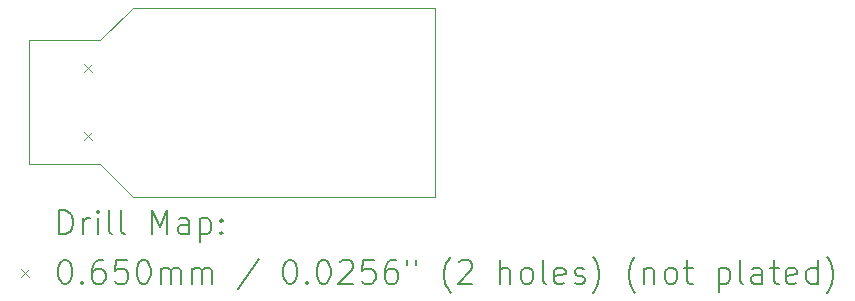
<source format=gbr>
%TF.GenerationSoftware,KiCad,Pcbnew,9.0.1*%
%TF.CreationDate,2025-05-17T15:06:54+00:00*%
%TF.ProjectId,usb-uart,7573622d-7561-4727-942e-6b696361645f,rev?*%
%TF.SameCoordinates,Original*%
%TF.FileFunction,Drillmap*%
%TF.FilePolarity,Positive*%
%FSLAX45Y45*%
G04 Gerber Fmt 4.5, Leading zero omitted, Abs format (unit mm)*
G04 Created by KiCad (PCBNEW 9.0.1) date 2025-05-17 15:06:54*
%MOMM*%
%LPD*%
G01*
G04 APERTURE LIST*
%ADD10C,0.100000*%
%ADD11C,0.200000*%
G04 APERTURE END LIST*
D10*
X10500000Y-8005000D02*
X10775000Y-7730000D01*
X10500000Y-9055000D02*
X9900000Y-9055000D01*
X13335000Y-9330000D02*
X13335000Y-7730000D01*
X9900000Y-9055000D02*
X9900000Y-8005000D01*
X10775000Y-9330000D02*
X13335000Y-9330000D01*
X10500000Y-9055000D02*
X10775000Y-9330000D01*
X10775000Y-7730000D02*
X13335000Y-7730000D01*
X10500000Y-8005000D02*
X9900000Y-8005000D01*
D11*
D10*
X10362500Y-8208500D02*
X10427500Y-8273500D01*
X10427500Y-8208500D02*
X10362500Y-8273500D01*
X10362500Y-8786500D02*
X10427500Y-8851500D01*
X10427500Y-8786500D02*
X10362500Y-8851500D01*
D11*
X10155777Y-9646484D02*
X10155777Y-9446484D01*
X10155777Y-9446484D02*
X10203396Y-9446484D01*
X10203396Y-9446484D02*
X10231967Y-9456008D01*
X10231967Y-9456008D02*
X10251015Y-9475055D01*
X10251015Y-9475055D02*
X10260539Y-9494103D01*
X10260539Y-9494103D02*
X10270063Y-9532198D01*
X10270063Y-9532198D02*
X10270063Y-9560770D01*
X10270063Y-9560770D02*
X10260539Y-9598865D01*
X10260539Y-9598865D02*
X10251015Y-9617912D01*
X10251015Y-9617912D02*
X10231967Y-9636960D01*
X10231967Y-9636960D02*
X10203396Y-9646484D01*
X10203396Y-9646484D02*
X10155777Y-9646484D01*
X10355777Y-9646484D02*
X10355777Y-9513150D01*
X10355777Y-9551246D02*
X10365301Y-9532198D01*
X10365301Y-9532198D02*
X10374824Y-9522674D01*
X10374824Y-9522674D02*
X10393872Y-9513150D01*
X10393872Y-9513150D02*
X10412920Y-9513150D01*
X10479586Y-9646484D02*
X10479586Y-9513150D01*
X10479586Y-9446484D02*
X10470063Y-9456008D01*
X10470063Y-9456008D02*
X10479586Y-9465531D01*
X10479586Y-9465531D02*
X10489110Y-9456008D01*
X10489110Y-9456008D02*
X10479586Y-9446484D01*
X10479586Y-9446484D02*
X10479586Y-9465531D01*
X10603396Y-9646484D02*
X10584348Y-9636960D01*
X10584348Y-9636960D02*
X10574824Y-9617912D01*
X10574824Y-9617912D02*
X10574824Y-9446484D01*
X10708158Y-9646484D02*
X10689110Y-9636960D01*
X10689110Y-9636960D02*
X10679586Y-9617912D01*
X10679586Y-9617912D02*
X10679586Y-9446484D01*
X10936729Y-9646484D02*
X10936729Y-9446484D01*
X10936729Y-9446484D02*
X11003396Y-9589341D01*
X11003396Y-9589341D02*
X11070063Y-9446484D01*
X11070063Y-9446484D02*
X11070063Y-9646484D01*
X11251015Y-9646484D02*
X11251015Y-9541722D01*
X11251015Y-9541722D02*
X11241491Y-9522674D01*
X11241491Y-9522674D02*
X11222443Y-9513150D01*
X11222443Y-9513150D02*
X11184348Y-9513150D01*
X11184348Y-9513150D02*
X11165301Y-9522674D01*
X11251015Y-9636960D02*
X11231967Y-9646484D01*
X11231967Y-9646484D02*
X11184348Y-9646484D01*
X11184348Y-9646484D02*
X11165301Y-9636960D01*
X11165301Y-9636960D02*
X11155777Y-9617912D01*
X11155777Y-9617912D02*
X11155777Y-9598865D01*
X11155777Y-9598865D02*
X11165301Y-9579817D01*
X11165301Y-9579817D02*
X11184348Y-9570293D01*
X11184348Y-9570293D02*
X11231967Y-9570293D01*
X11231967Y-9570293D02*
X11251015Y-9560770D01*
X11346253Y-9513150D02*
X11346253Y-9713150D01*
X11346253Y-9522674D02*
X11365301Y-9513150D01*
X11365301Y-9513150D02*
X11403396Y-9513150D01*
X11403396Y-9513150D02*
X11422443Y-9522674D01*
X11422443Y-9522674D02*
X11431967Y-9532198D01*
X11431967Y-9532198D02*
X11441491Y-9551246D01*
X11441491Y-9551246D02*
X11441491Y-9608389D01*
X11441491Y-9608389D02*
X11431967Y-9627436D01*
X11431967Y-9627436D02*
X11422443Y-9636960D01*
X11422443Y-9636960D02*
X11403396Y-9646484D01*
X11403396Y-9646484D02*
X11365301Y-9646484D01*
X11365301Y-9646484D02*
X11346253Y-9636960D01*
X11527205Y-9627436D02*
X11536729Y-9636960D01*
X11536729Y-9636960D02*
X11527205Y-9646484D01*
X11527205Y-9646484D02*
X11517682Y-9636960D01*
X11517682Y-9636960D02*
X11527205Y-9627436D01*
X11527205Y-9627436D02*
X11527205Y-9646484D01*
X11527205Y-9522674D02*
X11536729Y-9532198D01*
X11536729Y-9532198D02*
X11527205Y-9541722D01*
X11527205Y-9541722D02*
X11517682Y-9532198D01*
X11517682Y-9532198D02*
X11527205Y-9522674D01*
X11527205Y-9522674D02*
X11527205Y-9541722D01*
D10*
X9830000Y-9942500D02*
X9895000Y-10007500D01*
X9895000Y-9942500D02*
X9830000Y-10007500D01*
D11*
X10193872Y-9866484D02*
X10212920Y-9866484D01*
X10212920Y-9866484D02*
X10231967Y-9876008D01*
X10231967Y-9876008D02*
X10241491Y-9885531D01*
X10241491Y-9885531D02*
X10251015Y-9904579D01*
X10251015Y-9904579D02*
X10260539Y-9942674D01*
X10260539Y-9942674D02*
X10260539Y-9990293D01*
X10260539Y-9990293D02*
X10251015Y-10028389D01*
X10251015Y-10028389D02*
X10241491Y-10047436D01*
X10241491Y-10047436D02*
X10231967Y-10056960D01*
X10231967Y-10056960D02*
X10212920Y-10066484D01*
X10212920Y-10066484D02*
X10193872Y-10066484D01*
X10193872Y-10066484D02*
X10174824Y-10056960D01*
X10174824Y-10056960D02*
X10165301Y-10047436D01*
X10165301Y-10047436D02*
X10155777Y-10028389D01*
X10155777Y-10028389D02*
X10146253Y-9990293D01*
X10146253Y-9990293D02*
X10146253Y-9942674D01*
X10146253Y-9942674D02*
X10155777Y-9904579D01*
X10155777Y-9904579D02*
X10165301Y-9885531D01*
X10165301Y-9885531D02*
X10174824Y-9876008D01*
X10174824Y-9876008D02*
X10193872Y-9866484D01*
X10346253Y-10047436D02*
X10355777Y-10056960D01*
X10355777Y-10056960D02*
X10346253Y-10066484D01*
X10346253Y-10066484D02*
X10336729Y-10056960D01*
X10336729Y-10056960D02*
X10346253Y-10047436D01*
X10346253Y-10047436D02*
X10346253Y-10066484D01*
X10527205Y-9866484D02*
X10489110Y-9866484D01*
X10489110Y-9866484D02*
X10470063Y-9876008D01*
X10470063Y-9876008D02*
X10460539Y-9885531D01*
X10460539Y-9885531D02*
X10441491Y-9914103D01*
X10441491Y-9914103D02*
X10431967Y-9952198D01*
X10431967Y-9952198D02*
X10431967Y-10028389D01*
X10431967Y-10028389D02*
X10441491Y-10047436D01*
X10441491Y-10047436D02*
X10451015Y-10056960D01*
X10451015Y-10056960D02*
X10470063Y-10066484D01*
X10470063Y-10066484D02*
X10508158Y-10066484D01*
X10508158Y-10066484D02*
X10527205Y-10056960D01*
X10527205Y-10056960D02*
X10536729Y-10047436D01*
X10536729Y-10047436D02*
X10546253Y-10028389D01*
X10546253Y-10028389D02*
X10546253Y-9980770D01*
X10546253Y-9980770D02*
X10536729Y-9961722D01*
X10536729Y-9961722D02*
X10527205Y-9952198D01*
X10527205Y-9952198D02*
X10508158Y-9942674D01*
X10508158Y-9942674D02*
X10470063Y-9942674D01*
X10470063Y-9942674D02*
X10451015Y-9952198D01*
X10451015Y-9952198D02*
X10441491Y-9961722D01*
X10441491Y-9961722D02*
X10431967Y-9980770D01*
X10727205Y-9866484D02*
X10631967Y-9866484D01*
X10631967Y-9866484D02*
X10622444Y-9961722D01*
X10622444Y-9961722D02*
X10631967Y-9952198D01*
X10631967Y-9952198D02*
X10651015Y-9942674D01*
X10651015Y-9942674D02*
X10698634Y-9942674D01*
X10698634Y-9942674D02*
X10717682Y-9952198D01*
X10717682Y-9952198D02*
X10727205Y-9961722D01*
X10727205Y-9961722D02*
X10736729Y-9980770D01*
X10736729Y-9980770D02*
X10736729Y-10028389D01*
X10736729Y-10028389D02*
X10727205Y-10047436D01*
X10727205Y-10047436D02*
X10717682Y-10056960D01*
X10717682Y-10056960D02*
X10698634Y-10066484D01*
X10698634Y-10066484D02*
X10651015Y-10066484D01*
X10651015Y-10066484D02*
X10631967Y-10056960D01*
X10631967Y-10056960D02*
X10622444Y-10047436D01*
X10860539Y-9866484D02*
X10879586Y-9866484D01*
X10879586Y-9866484D02*
X10898634Y-9876008D01*
X10898634Y-9876008D02*
X10908158Y-9885531D01*
X10908158Y-9885531D02*
X10917682Y-9904579D01*
X10917682Y-9904579D02*
X10927205Y-9942674D01*
X10927205Y-9942674D02*
X10927205Y-9990293D01*
X10927205Y-9990293D02*
X10917682Y-10028389D01*
X10917682Y-10028389D02*
X10908158Y-10047436D01*
X10908158Y-10047436D02*
X10898634Y-10056960D01*
X10898634Y-10056960D02*
X10879586Y-10066484D01*
X10879586Y-10066484D02*
X10860539Y-10066484D01*
X10860539Y-10066484D02*
X10841491Y-10056960D01*
X10841491Y-10056960D02*
X10831967Y-10047436D01*
X10831967Y-10047436D02*
X10822444Y-10028389D01*
X10822444Y-10028389D02*
X10812920Y-9990293D01*
X10812920Y-9990293D02*
X10812920Y-9942674D01*
X10812920Y-9942674D02*
X10822444Y-9904579D01*
X10822444Y-9904579D02*
X10831967Y-9885531D01*
X10831967Y-9885531D02*
X10841491Y-9876008D01*
X10841491Y-9876008D02*
X10860539Y-9866484D01*
X11012920Y-10066484D02*
X11012920Y-9933150D01*
X11012920Y-9952198D02*
X11022444Y-9942674D01*
X11022444Y-9942674D02*
X11041491Y-9933150D01*
X11041491Y-9933150D02*
X11070063Y-9933150D01*
X11070063Y-9933150D02*
X11089110Y-9942674D01*
X11089110Y-9942674D02*
X11098634Y-9961722D01*
X11098634Y-9961722D02*
X11098634Y-10066484D01*
X11098634Y-9961722D02*
X11108158Y-9942674D01*
X11108158Y-9942674D02*
X11127205Y-9933150D01*
X11127205Y-9933150D02*
X11155777Y-9933150D01*
X11155777Y-9933150D02*
X11174825Y-9942674D01*
X11174825Y-9942674D02*
X11184348Y-9961722D01*
X11184348Y-9961722D02*
X11184348Y-10066484D01*
X11279586Y-10066484D02*
X11279586Y-9933150D01*
X11279586Y-9952198D02*
X11289110Y-9942674D01*
X11289110Y-9942674D02*
X11308158Y-9933150D01*
X11308158Y-9933150D02*
X11336729Y-9933150D01*
X11336729Y-9933150D02*
X11355777Y-9942674D01*
X11355777Y-9942674D02*
X11365301Y-9961722D01*
X11365301Y-9961722D02*
X11365301Y-10066484D01*
X11365301Y-9961722D02*
X11374824Y-9942674D01*
X11374824Y-9942674D02*
X11393872Y-9933150D01*
X11393872Y-9933150D02*
X11422443Y-9933150D01*
X11422443Y-9933150D02*
X11441491Y-9942674D01*
X11441491Y-9942674D02*
X11451015Y-9961722D01*
X11451015Y-9961722D02*
X11451015Y-10066484D01*
X11841491Y-9856960D02*
X11670063Y-10114103D01*
X12098634Y-9866484D02*
X12117682Y-9866484D01*
X12117682Y-9866484D02*
X12136729Y-9876008D01*
X12136729Y-9876008D02*
X12146253Y-9885531D01*
X12146253Y-9885531D02*
X12155777Y-9904579D01*
X12155777Y-9904579D02*
X12165301Y-9942674D01*
X12165301Y-9942674D02*
X12165301Y-9990293D01*
X12165301Y-9990293D02*
X12155777Y-10028389D01*
X12155777Y-10028389D02*
X12146253Y-10047436D01*
X12146253Y-10047436D02*
X12136729Y-10056960D01*
X12136729Y-10056960D02*
X12117682Y-10066484D01*
X12117682Y-10066484D02*
X12098634Y-10066484D01*
X12098634Y-10066484D02*
X12079586Y-10056960D01*
X12079586Y-10056960D02*
X12070063Y-10047436D01*
X12070063Y-10047436D02*
X12060539Y-10028389D01*
X12060539Y-10028389D02*
X12051015Y-9990293D01*
X12051015Y-9990293D02*
X12051015Y-9942674D01*
X12051015Y-9942674D02*
X12060539Y-9904579D01*
X12060539Y-9904579D02*
X12070063Y-9885531D01*
X12070063Y-9885531D02*
X12079586Y-9876008D01*
X12079586Y-9876008D02*
X12098634Y-9866484D01*
X12251015Y-10047436D02*
X12260539Y-10056960D01*
X12260539Y-10056960D02*
X12251015Y-10066484D01*
X12251015Y-10066484D02*
X12241491Y-10056960D01*
X12241491Y-10056960D02*
X12251015Y-10047436D01*
X12251015Y-10047436D02*
X12251015Y-10066484D01*
X12384348Y-9866484D02*
X12403396Y-9866484D01*
X12403396Y-9866484D02*
X12422444Y-9876008D01*
X12422444Y-9876008D02*
X12431967Y-9885531D01*
X12431967Y-9885531D02*
X12441491Y-9904579D01*
X12441491Y-9904579D02*
X12451015Y-9942674D01*
X12451015Y-9942674D02*
X12451015Y-9990293D01*
X12451015Y-9990293D02*
X12441491Y-10028389D01*
X12441491Y-10028389D02*
X12431967Y-10047436D01*
X12431967Y-10047436D02*
X12422444Y-10056960D01*
X12422444Y-10056960D02*
X12403396Y-10066484D01*
X12403396Y-10066484D02*
X12384348Y-10066484D01*
X12384348Y-10066484D02*
X12365301Y-10056960D01*
X12365301Y-10056960D02*
X12355777Y-10047436D01*
X12355777Y-10047436D02*
X12346253Y-10028389D01*
X12346253Y-10028389D02*
X12336729Y-9990293D01*
X12336729Y-9990293D02*
X12336729Y-9942674D01*
X12336729Y-9942674D02*
X12346253Y-9904579D01*
X12346253Y-9904579D02*
X12355777Y-9885531D01*
X12355777Y-9885531D02*
X12365301Y-9876008D01*
X12365301Y-9876008D02*
X12384348Y-9866484D01*
X12527206Y-9885531D02*
X12536729Y-9876008D01*
X12536729Y-9876008D02*
X12555777Y-9866484D01*
X12555777Y-9866484D02*
X12603396Y-9866484D01*
X12603396Y-9866484D02*
X12622444Y-9876008D01*
X12622444Y-9876008D02*
X12631967Y-9885531D01*
X12631967Y-9885531D02*
X12641491Y-9904579D01*
X12641491Y-9904579D02*
X12641491Y-9923627D01*
X12641491Y-9923627D02*
X12631967Y-9952198D01*
X12631967Y-9952198D02*
X12517682Y-10066484D01*
X12517682Y-10066484D02*
X12641491Y-10066484D01*
X12822444Y-9866484D02*
X12727206Y-9866484D01*
X12727206Y-9866484D02*
X12717682Y-9961722D01*
X12717682Y-9961722D02*
X12727206Y-9952198D01*
X12727206Y-9952198D02*
X12746253Y-9942674D01*
X12746253Y-9942674D02*
X12793872Y-9942674D01*
X12793872Y-9942674D02*
X12812920Y-9952198D01*
X12812920Y-9952198D02*
X12822444Y-9961722D01*
X12822444Y-9961722D02*
X12831967Y-9980770D01*
X12831967Y-9980770D02*
X12831967Y-10028389D01*
X12831967Y-10028389D02*
X12822444Y-10047436D01*
X12822444Y-10047436D02*
X12812920Y-10056960D01*
X12812920Y-10056960D02*
X12793872Y-10066484D01*
X12793872Y-10066484D02*
X12746253Y-10066484D01*
X12746253Y-10066484D02*
X12727206Y-10056960D01*
X12727206Y-10056960D02*
X12717682Y-10047436D01*
X13003396Y-9866484D02*
X12965301Y-9866484D01*
X12965301Y-9866484D02*
X12946253Y-9876008D01*
X12946253Y-9876008D02*
X12936729Y-9885531D01*
X12936729Y-9885531D02*
X12917682Y-9914103D01*
X12917682Y-9914103D02*
X12908158Y-9952198D01*
X12908158Y-9952198D02*
X12908158Y-10028389D01*
X12908158Y-10028389D02*
X12917682Y-10047436D01*
X12917682Y-10047436D02*
X12927206Y-10056960D01*
X12927206Y-10056960D02*
X12946253Y-10066484D01*
X12946253Y-10066484D02*
X12984348Y-10066484D01*
X12984348Y-10066484D02*
X13003396Y-10056960D01*
X13003396Y-10056960D02*
X13012920Y-10047436D01*
X13012920Y-10047436D02*
X13022444Y-10028389D01*
X13022444Y-10028389D02*
X13022444Y-9980770D01*
X13022444Y-9980770D02*
X13012920Y-9961722D01*
X13012920Y-9961722D02*
X13003396Y-9952198D01*
X13003396Y-9952198D02*
X12984348Y-9942674D01*
X12984348Y-9942674D02*
X12946253Y-9942674D01*
X12946253Y-9942674D02*
X12927206Y-9952198D01*
X12927206Y-9952198D02*
X12917682Y-9961722D01*
X12917682Y-9961722D02*
X12908158Y-9980770D01*
X13098634Y-9866484D02*
X13098634Y-9904579D01*
X13174825Y-9866484D02*
X13174825Y-9904579D01*
X13470063Y-10142674D02*
X13460539Y-10133150D01*
X13460539Y-10133150D02*
X13441491Y-10104579D01*
X13441491Y-10104579D02*
X13431968Y-10085531D01*
X13431968Y-10085531D02*
X13422444Y-10056960D01*
X13422444Y-10056960D02*
X13412920Y-10009341D01*
X13412920Y-10009341D02*
X13412920Y-9971246D01*
X13412920Y-9971246D02*
X13422444Y-9923627D01*
X13422444Y-9923627D02*
X13431968Y-9895055D01*
X13431968Y-9895055D02*
X13441491Y-9876008D01*
X13441491Y-9876008D02*
X13460539Y-9847436D01*
X13460539Y-9847436D02*
X13470063Y-9837912D01*
X13536729Y-9885531D02*
X13546253Y-9876008D01*
X13546253Y-9876008D02*
X13565301Y-9866484D01*
X13565301Y-9866484D02*
X13612920Y-9866484D01*
X13612920Y-9866484D02*
X13631968Y-9876008D01*
X13631968Y-9876008D02*
X13641491Y-9885531D01*
X13641491Y-9885531D02*
X13651015Y-9904579D01*
X13651015Y-9904579D02*
X13651015Y-9923627D01*
X13651015Y-9923627D02*
X13641491Y-9952198D01*
X13641491Y-9952198D02*
X13527206Y-10066484D01*
X13527206Y-10066484D02*
X13651015Y-10066484D01*
X13889110Y-10066484D02*
X13889110Y-9866484D01*
X13974825Y-10066484D02*
X13974825Y-9961722D01*
X13974825Y-9961722D02*
X13965301Y-9942674D01*
X13965301Y-9942674D02*
X13946253Y-9933150D01*
X13946253Y-9933150D02*
X13917682Y-9933150D01*
X13917682Y-9933150D02*
X13898634Y-9942674D01*
X13898634Y-9942674D02*
X13889110Y-9952198D01*
X14098634Y-10066484D02*
X14079587Y-10056960D01*
X14079587Y-10056960D02*
X14070063Y-10047436D01*
X14070063Y-10047436D02*
X14060539Y-10028389D01*
X14060539Y-10028389D02*
X14060539Y-9971246D01*
X14060539Y-9971246D02*
X14070063Y-9952198D01*
X14070063Y-9952198D02*
X14079587Y-9942674D01*
X14079587Y-9942674D02*
X14098634Y-9933150D01*
X14098634Y-9933150D02*
X14127206Y-9933150D01*
X14127206Y-9933150D02*
X14146253Y-9942674D01*
X14146253Y-9942674D02*
X14155777Y-9952198D01*
X14155777Y-9952198D02*
X14165301Y-9971246D01*
X14165301Y-9971246D02*
X14165301Y-10028389D01*
X14165301Y-10028389D02*
X14155777Y-10047436D01*
X14155777Y-10047436D02*
X14146253Y-10056960D01*
X14146253Y-10056960D02*
X14127206Y-10066484D01*
X14127206Y-10066484D02*
X14098634Y-10066484D01*
X14279587Y-10066484D02*
X14260539Y-10056960D01*
X14260539Y-10056960D02*
X14251015Y-10037912D01*
X14251015Y-10037912D02*
X14251015Y-9866484D01*
X14431968Y-10056960D02*
X14412920Y-10066484D01*
X14412920Y-10066484D02*
X14374825Y-10066484D01*
X14374825Y-10066484D02*
X14355777Y-10056960D01*
X14355777Y-10056960D02*
X14346253Y-10037912D01*
X14346253Y-10037912D02*
X14346253Y-9961722D01*
X14346253Y-9961722D02*
X14355777Y-9942674D01*
X14355777Y-9942674D02*
X14374825Y-9933150D01*
X14374825Y-9933150D02*
X14412920Y-9933150D01*
X14412920Y-9933150D02*
X14431968Y-9942674D01*
X14431968Y-9942674D02*
X14441491Y-9961722D01*
X14441491Y-9961722D02*
X14441491Y-9980770D01*
X14441491Y-9980770D02*
X14346253Y-9999817D01*
X14517682Y-10056960D02*
X14536730Y-10066484D01*
X14536730Y-10066484D02*
X14574825Y-10066484D01*
X14574825Y-10066484D02*
X14593872Y-10056960D01*
X14593872Y-10056960D02*
X14603396Y-10037912D01*
X14603396Y-10037912D02*
X14603396Y-10028389D01*
X14603396Y-10028389D02*
X14593872Y-10009341D01*
X14593872Y-10009341D02*
X14574825Y-9999817D01*
X14574825Y-9999817D02*
X14546253Y-9999817D01*
X14546253Y-9999817D02*
X14527206Y-9990293D01*
X14527206Y-9990293D02*
X14517682Y-9971246D01*
X14517682Y-9971246D02*
X14517682Y-9961722D01*
X14517682Y-9961722D02*
X14527206Y-9942674D01*
X14527206Y-9942674D02*
X14546253Y-9933150D01*
X14546253Y-9933150D02*
X14574825Y-9933150D01*
X14574825Y-9933150D02*
X14593872Y-9942674D01*
X14670063Y-10142674D02*
X14679587Y-10133150D01*
X14679587Y-10133150D02*
X14698634Y-10104579D01*
X14698634Y-10104579D02*
X14708158Y-10085531D01*
X14708158Y-10085531D02*
X14717682Y-10056960D01*
X14717682Y-10056960D02*
X14727206Y-10009341D01*
X14727206Y-10009341D02*
X14727206Y-9971246D01*
X14727206Y-9971246D02*
X14717682Y-9923627D01*
X14717682Y-9923627D02*
X14708158Y-9895055D01*
X14708158Y-9895055D02*
X14698634Y-9876008D01*
X14698634Y-9876008D02*
X14679587Y-9847436D01*
X14679587Y-9847436D02*
X14670063Y-9837912D01*
X15031968Y-10142674D02*
X15022444Y-10133150D01*
X15022444Y-10133150D02*
X15003396Y-10104579D01*
X15003396Y-10104579D02*
X14993872Y-10085531D01*
X14993872Y-10085531D02*
X14984349Y-10056960D01*
X14984349Y-10056960D02*
X14974825Y-10009341D01*
X14974825Y-10009341D02*
X14974825Y-9971246D01*
X14974825Y-9971246D02*
X14984349Y-9923627D01*
X14984349Y-9923627D02*
X14993872Y-9895055D01*
X14993872Y-9895055D02*
X15003396Y-9876008D01*
X15003396Y-9876008D02*
X15022444Y-9847436D01*
X15022444Y-9847436D02*
X15031968Y-9837912D01*
X15108158Y-9933150D02*
X15108158Y-10066484D01*
X15108158Y-9952198D02*
X15117682Y-9942674D01*
X15117682Y-9942674D02*
X15136730Y-9933150D01*
X15136730Y-9933150D02*
X15165301Y-9933150D01*
X15165301Y-9933150D02*
X15184349Y-9942674D01*
X15184349Y-9942674D02*
X15193872Y-9961722D01*
X15193872Y-9961722D02*
X15193872Y-10066484D01*
X15317682Y-10066484D02*
X15298634Y-10056960D01*
X15298634Y-10056960D02*
X15289111Y-10047436D01*
X15289111Y-10047436D02*
X15279587Y-10028389D01*
X15279587Y-10028389D02*
X15279587Y-9971246D01*
X15279587Y-9971246D02*
X15289111Y-9952198D01*
X15289111Y-9952198D02*
X15298634Y-9942674D01*
X15298634Y-9942674D02*
X15317682Y-9933150D01*
X15317682Y-9933150D02*
X15346253Y-9933150D01*
X15346253Y-9933150D02*
X15365301Y-9942674D01*
X15365301Y-9942674D02*
X15374825Y-9952198D01*
X15374825Y-9952198D02*
X15384349Y-9971246D01*
X15384349Y-9971246D02*
X15384349Y-10028389D01*
X15384349Y-10028389D02*
X15374825Y-10047436D01*
X15374825Y-10047436D02*
X15365301Y-10056960D01*
X15365301Y-10056960D02*
X15346253Y-10066484D01*
X15346253Y-10066484D02*
X15317682Y-10066484D01*
X15441492Y-9933150D02*
X15517682Y-9933150D01*
X15470063Y-9866484D02*
X15470063Y-10037912D01*
X15470063Y-10037912D02*
X15479587Y-10056960D01*
X15479587Y-10056960D02*
X15498634Y-10066484D01*
X15498634Y-10066484D02*
X15517682Y-10066484D01*
X15736730Y-9933150D02*
X15736730Y-10133150D01*
X15736730Y-9942674D02*
X15755777Y-9933150D01*
X15755777Y-9933150D02*
X15793873Y-9933150D01*
X15793873Y-9933150D02*
X15812920Y-9942674D01*
X15812920Y-9942674D02*
X15822444Y-9952198D01*
X15822444Y-9952198D02*
X15831968Y-9971246D01*
X15831968Y-9971246D02*
X15831968Y-10028389D01*
X15831968Y-10028389D02*
X15822444Y-10047436D01*
X15822444Y-10047436D02*
X15812920Y-10056960D01*
X15812920Y-10056960D02*
X15793873Y-10066484D01*
X15793873Y-10066484D02*
X15755777Y-10066484D01*
X15755777Y-10066484D02*
X15736730Y-10056960D01*
X15946253Y-10066484D02*
X15927206Y-10056960D01*
X15927206Y-10056960D02*
X15917682Y-10037912D01*
X15917682Y-10037912D02*
X15917682Y-9866484D01*
X16108158Y-10066484D02*
X16108158Y-9961722D01*
X16108158Y-9961722D02*
X16098634Y-9942674D01*
X16098634Y-9942674D02*
X16079587Y-9933150D01*
X16079587Y-9933150D02*
X16041492Y-9933150D01*
X16041492Y-9933150D02*
X16022444Y-9942674D01*
X16108158Y-10056960D02*
X16089111Y-10066484D01*
X16089111Y-10066484D02*
X16041492Y-10066484D01*
X16041492Y-10066484D02*
X16022444Y-10056960D01*
X16022444Y-10056960D02*
X16012920Y-10037912D01*
X16012920Y-10037912D02*
X16012920Y-10018865D01*
X16012920Y-10018865D02*
X16022444Y-9999817D01*
X16022444Y-9999817D02*
X16041492Y-9990293D01*
X16041492Y-9990293D02*
X16089111Y-9990293D01*
X16089111Y-9990293D02*
X16108158Y-9980770D01*
X16174825Y-9933150D02*
X16251015Y-9933150D01*
X16203396Y-9866484D02*
X16203396Y-10037912D01*
X16203396Y-10037912D02*
X16212920Y-10056960D01*
X16212920Y-10056960D02*
X16231968Y-10066484D01*
X16231968Y-10066484D02*
X16251015Y-10066484D01*
X16393873Y-10056960D02*
X16374825Y-10066484D01*
X16374825Y-10066484D02*
X16336730Y-10066484D01*
X16336730Y-10066484D02*
X16317682Y-10056960D01*
X16317682Y-10056960D02*
X16308158Y-10037912D01*
X16308158Y-10037912D02*
X16308158Y-9961722D01*
X16308158Y-9961722D02*
X16317682Y-9942674D01*
X16317682Y-9942674D02*
X16336730Y-9933150D01*
X16336730Y-9933150D02*
X16374825Y-9933150D01*
X16374825Y-9933150D02*
X16393873Y-9942674D01*
X16393873Y-9942674D02*
X16403396Y-9961722D01*
X16403396Y-9961722D02*
X16403396Y-9980770D01*
X16403396Y-9980770D02*
X16308158Y-9999817D01*
X16574825Y-10066484D02*
X16574825Y-9866484D01*
X16574825Y-10056960D02*
X16555777Y-10066484D01*
X16555777Y-10066484D02*
X16517682Y-10066484D01*
X16517682Y-10066484D02*
X16498634Y-10056960D01*
X16498634Y-10056960D02*
X16489111Y-10047436D01*
X16489111Y-10047436D02*
X16479587Y-10028389D01*
X16479587Y-10028389D02*
X16479587Y-9971246D01*
X16479587Y-9971246D02*
X16489111Y-9952198D01*
X16489111Y-9952198D02*
X16498634Y-9942674D01*
X16498634Y-9942674D02*
X16517682Y-9933150D01*
X16517682Y-9933150D02*
X16555777Y-9933150D01*
X16555777Y-9933150D02*
X16574825Y-9942674D01*
X16651015Y-10142674D02*
X16660539Y-10133150D01*
X16660539Y-10133150D02*
X16679587Y-10104579D01*
X16679587Y-10104579D02*
X16689111Y-10085531D01*
X16689111Y-10085531D02*
X16698634Y-10056960D01*
X16698634Y-10056960D02*
X16708158Y-10009341D01*
X16708158Y-10009341D02*
X16708158Y-9971246D01*
X16708158Y-9971246D02*
X16698634Y-9923627D01*
X16698634Y-9923627D02*
X16689111Y-9895055D01*
X16689111Y-9895055D02*
X16679587Y-9876008D01*
X16679587Y-9876008D02*
X16660539Y-9847436D01*
X16660539Y-9847436D02*
X16651015Y-9837912D01*
M02*

</source>
